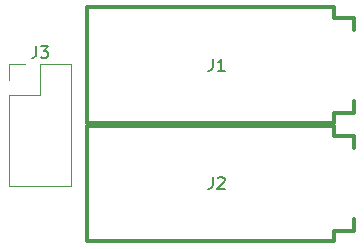
<source format=gto>
%TF.GenerationSoftware,KiCad,Pcbnew,(5.1.8-0-10_14)*%
%TF.CreationDate,2021-07-20T13:17:47+01:00*%
%TF.ProjectId,banana-bread-board-helper,62616e61-6e61-42d6-9272-6561642d626f,rev?*%
%TF.SameCoordinates,Original*%
%TF.FileFunction,Legend,Top*%
%TF.FilePolarity,Positive*%
%FSLAX46Y46*%
G04 Gerber Fmt 4.6, Leading zero omitted, Abs format (unit mm)*
G04 Created by KiCad (PCBNEW (5.1.8-0-10_14)) date 2021-07-20 13:17:47*
%MOMM*%
%LPD*%
G01*
G04 APERTURE LIST*
%ADD10C,0.120000*%
%ADD11C,0.300000*%
%ADD12C,0.150000*%
G04 APERTURE END LIST*
D10*
%TO.C,J3*%
X129130000Y-104700000D02*
X134330000Y-104700000D01*
X129130000Y-97020000D02*
X129130000Y-104700000D01*
X134330000Y-94420000D02*
X134330000Y-104700000D01*
X129130000Y-97020000D02*
X131730000Y-97020000D01*
X131730000Y-97020000D02*
X131730000Y-94420000D01*
X131730000Y-94420000D02*
X134330000Y-94420000D01*
X129130000Y-95750000D02*
X129130000Y-94420000D01*
X129130000Y-94420000D02*
X130460000Y-94420000D01*
D11*
%TO.C,J2*%
X158300000Y-107500000D02*
X158300000Y-108500000D01*
X158300000Y-108500000D02*
X156600000Y-108500000D01*
X156600000Y-108500000D02*
X156600000Y-109400000D01*
X156600000Y-109400000D02*
X135700000Y-109400000D01*
X135700000Y-109400000D02*
X135700000Y-99600000D01*
X135700000Y-99600000D02*
X156600000Y-99600000D01*
X156600000Y-99600000D02*
X156600000Y-100500000D01*
X156600000Y-100500000D02*
X158300000Y-100500000D01*
X158300000Y-100500000D02*
X158300000Y-101500000D01*
%TO.C,J1*%
X158300000Y-97500000D02*
X158300000Y-98500000D01*
X158300000Y-98500000D02*
X156600000Y-98500000D01*
X156600000Y-98500000D02*
X156600000Y-99400000D01*
X156600000Y-99400000D02*
X135700000Y-99400000D01*
X135700000Y-99400000D02*
X135700000Y-89600000D01*
X135700000Y-89600000D02*
X156600000Y-89600000D01*
X156600000Y-89600000D02*
X156600000Y-90500000D01*
X156600000Y-90500000D02*
X158300000Y-90500000D01*
X158300000Y-90500000D02*
X158300000Y-91500000D01*
%TO.C,J3*%
D12*
X131396666Y-92872380D02*
X131396666Y-93586666D01*
X131349047Y-93729523D01*
X131253809Y-93824761D01*
X131110952Y-93872380D01*
X131015714Y-93872380D01*
X131777619Y-92872380D02*
X132396666Y-92872380D01*
X132063333Y-93253333D01*
X132206190Y-93253333D01*
X132301428Y-93300952D01*
X132349047Y-93348571D01*
X132396666Y-93443809D01*
X132396666Y-93681904D01*
X132349047Y-93777142D01*
X132301428Y-93824761D01*
X132206190Y-93872380D01*
X131920476Y-93872380D01*
X131825238Y-93824761D01*
X131777619Y-93777142D01*
%TO.C,J2*%
X146346666Y-103952380D02*
X146346666Y-104666666D01*
X146299047Y-104809523D01*
X146203809Y-104904761D01*
X146060952Y-104952380D01*
X145965714Y-104952380D01*
X146775238Y-104047619D02*
X146822857Y-104000000D01*
X146918095Y-103952380D01*
X147156190Y-103952380D01*
X147251428Y-104000000D01*
X147299047Y-104047619D01*
X147346666Y-104142857D01*
X147346666Y-104238095D01*
X147299047Y-104380952D01*
X146727619Y-104952380D01*
X147346666Y-104952380D01*
%TO.C,J1*%
X146346666Y-93952380D02*
X146346666Y-94666666D01*
X146299047Y-94809523D01*
X146203809Y-94904761D01*
X146060952Y-94952380D01*
X145965714Y-94952380D01*
X147346666Y-94952380D02*
X146775238Y-94952380D01*
X147060952Y-94952380D02*
X147060952Y-93952380D01*
X146965714Y-94095238D01*
X146870476Y-94190476D01*
X146775238Y-94238095D01*
%TD*%
M02*

</source>
